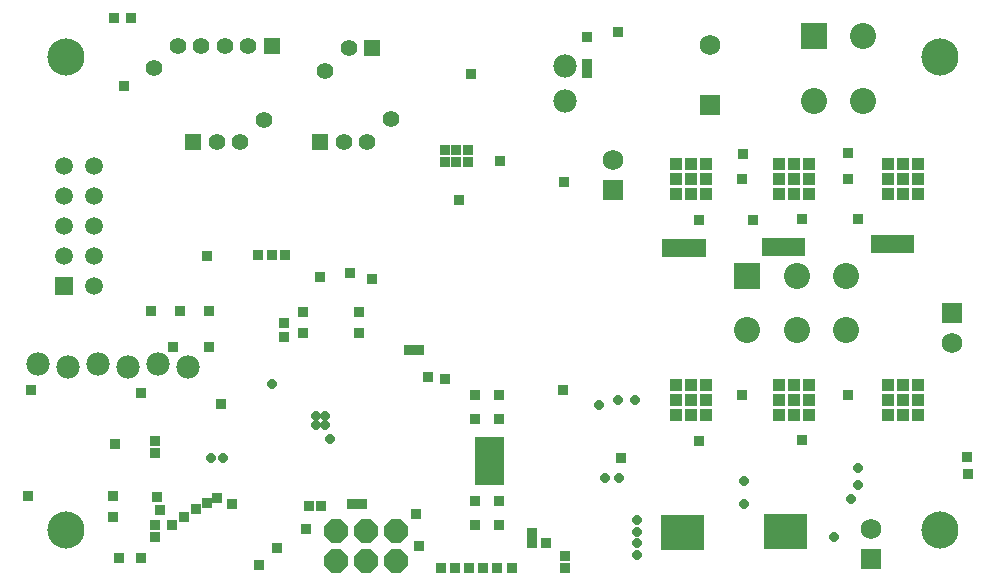
<source format=gbs>
G75*
%MOIN*%
%OFA0B0*%
%FSLAX24Y24*%
%IPPOS*%
%LPD*%
%AMOC8*
5,1,8,0,0,1.08239X$1,22.5*
%
%ADD10C,0.0780*%
%ADD11C,0.1240*%
%ADD12C,0.0690*%
%ADD13R,0.0690X0.0690*%
%ADD14C,0.0555*%
%ADD15R,0.0555X0.0555*%
%ADD16C,0.0552*%
%ADD17R,0.0867X0.0867*%
%ADD18C,0.0867*%
%ADD19OC8,0.0780*%
%ADD20R,0.0594X0.0594*%
%ADD21C,0.0594*%
%ADD22R,0.0437X0.0437*%
%ADD23OC8,0.0317*%
%ADD24R,0.0317X0.0317*%
D10*
X000824Y010708D03*
X001824Y010608D03*
X002824Y010708D03*
X003824Y010608D03*
X004824Y010708D03*
X005824Y010608D03*
X018389Y019480D03*
X018389Y020620D03*
D11*
X030899Y020924D03*
X030899Y005176D03*
X001765Y005176D03*
X001765Y020924D03*
D12*
X019993Y017497D03*
X023223Y021320D03*
X031292Y011408D03*
X028576Y005203D03*
D13*
X028576Y004203D03*
X031292Y012408D03*
X023223Y019320D03*
X019993Y016497D03*
D14*
X011804Y018109D03*
X011017Y018109D03*
X007572Y018089D03*
X006785Y018089D03*
X011174Y021219D03*
X007838Y021317D03*
X007050Y021317D03*
X006263Y021317D03*
X005475Y021317D03*
D15*
X008625Y021317D03*
X011962Y021219D03*
X010229Y018109D03*
X005997Y018089D03*
D16*
X008359Y018837D03*
X010387Y020471D03*
X012592Y018857D03*
X004688Y020569D03*
D17*
X024462Y013621D03*
X026676Y021632D03*
D18*
X028330Y021632D03*
X028330Y019467D03*
X026676Y019467D03*
X026115Y013621D03*
X027769Y013621D03*
X027769Y011849D03*
X026115Y011849D03*
X024462Y011849D03*
D19*
X012755Y005124D03*
X011755Y005124D03*
X010755Y005124D03*
X010755Y004124D03*
X011755Y004124D03*
X012755Y004124D03*
D20*
X001678Y013304D03*
D21*
X002678Y013304D03*
X002678Y014304D03*
X001678Y014304D03*
X001678Y015304D03*
X002678Y015304D03*
X002678Y016304D03*
X001678Y016304D03*
X001678Y017304D03*
X002678Y017304D03*
D22*
X022092Y017357D03*
X022592Y017357D03*
X023092Y017357D03*
X023092Y016857D03*
X022592Y016857D03*
X022592Y016357D03*
X023092Y016357D03*
X022092Y016357D03*
X022092Y016857D03*
X025517Y016857D03*
X026017Y016857D03*
X026017Y017357D03*
X025517Y017357D03*
X026517Y017357D03*
X026517Y016857D03*
X026517Y016357D03*
X026017Y016357D03*
X025517Y016357D03*
X029139Y016357D03*
X029639Y016357D03*
X029639Y016857D03*
X029139Y016857D03*
X029139Y017357D03*
X029639Y017357D03*
X030139Y017357D03*
X030139Y016857D03*
X030139Y016357D03*
X030139Y009995D03*
X029639Y009995D03*
X029139Y009995D03*
X029139Y009495D03*
X029639Y009495D03*
X030139Y009495D03*
X030139Y008995D03*
X029639Y008995D03*
X029139Y008995D03*
X026517Y008995D03*
X026517Y009495D03*
X026517Y009995D03*
X026017Y009995D03*
X025517Y009995D03*
X025517Y009495D03*
X026017Y009495D03*
X026017Y008995D03*
X025517Y008995D03*
X023092Y008995D03*
X022592Y008995D03*
X022592Y009495D03*
X023092Y009495D03*
X023092Y009995D03*
X022592Y009995D03*
X022092Y009995D03*
X022092Y009495D03*
X022092Y008995D03*
D23*
X020731Y009497D03*
X020170Y009487D03*
X019521Y009349D03*
X019718Y006908D03*
X020190Y006908D03*
X020781Y005491D03*
X020781Y005097D03*
X020781Y004723D03*
X020781Y004329D03*
X024363Y006042D03*
X024363Y006790D03*
X027340Y004947D03*
X027907Y006199D03*
X028143Y006672D03*
X028143Y007223D03*
X010544Y008207D03*
X010377Y008670D03*
X010082Y008670D03*
X010082Y008975D03*
X010377Y008975D03*
X008635Y010018D03*
X006981Y007567D03*
X006588Y007567D03*
D24*
X003536Y004231D03*
X004257Y004223D03*
X004733Y004920D03*
X004733Y005345D03*
X004875Y005845D03*
X004777Y006278D03*
X005694Y005617D03*
X006076Y005861D03*
X006450Y006081D03*
X006804Y006239D03*
X007277Y006042D03*
X005300Y005329D03*
X003312Y005601D03*
X003320Y006317D03*
X004725Y007743D03*
X004729Y008124D03*
X003399Y008030D03*
X004245Y009723D03*
X005328Y011278D03*
X006529Y011278D03*
X006509Y012459D03*
X005544Y012459D03*
X004599Y012459D03*
X006458Y014306D03*
X008143Y014349D03*
X008615Y014349D03*
X009048Y014349D03*
X010214Y013593D03*
X011210Y013735D03*
X011954Y013542D03*
X011509Y012439D03*
X011509Y011731D03*
X013202Y011160D03*
X013517Y011160D03*
X013812Y010254D03*
X014403Y010195D03*
X015387Y009664D03*
X016174Y009664D03*
X016174Y008876D03*
X015387Y008876D03*
X015544Y008089D03*
X015859Y008089D03*
X016174Y008089D03*
X016174Y007774D03*
X015859Y007774D03*
X015544Y007774D03*
X015544Y007459D03*
X015544Y007144D03*
X015859Y007144D03*
X015859Y007459D03*
X016174Y007459D03*
X016174Y007144D03*
X016174Y006829D03*
X015859Y006829D03*
X015544Y006829D03*
X015387Y006121D03*
X016174Y006121D03*
X016174Y005333D03*
X015387Y005333D03*
X015190Y003916D03*
X014718Y003916D03*
X014245Y003916D03*
X013536Y004644D03*
X013418Y005707D03*
X011617Y006032D03*
X011302Y006032D03*
X010249Y005983D03*
X009846Y005983D03*
X009757Y005215D03*
X008773Y004565D03*
X008182Y003995D03*
X006922Y009369D03*
X009029Y011613D03*
X009029Y012065D03*
X009666Y011735D03*
X009670Y012447D03*
X014871Y016176D03*
X014767Y017439D03*
X015161Y017439D03*
X015161Y017833D03*
X014767Y017833D03*
X014373Y017833D03*
X014373Y017439D03*
X016224Y017479D03*
X018340Y016770D03*
X021804Y014703D03*
X021804Y014428D03*
X022080Y014428D03*
X022080Y014703D03*
X022355Y014703D03*
X022355Y014428D03*
X022631Y014428D03*
X022631Y014703D03*
X022907Y014703D03*
X022907Y014428D03*
X022848Y015510D03*
X024639Y015510D03*
X025131Y014743D03*
X025407Y014743D03*
X025682Y014743D03*
X025958Y014743D03*
X026233Y014743D03*
X026233Y014467D03*
X025958Y014467D03*
X025682Y014467D03*
X025407Y014467D03*
X025131Y014467D03*
X026273Y015530D03*
X028162Y015530D03*
X028753Y014841D03*
X028753Y014565D03*
X029029Y014565D03*
X029304Y014565D03*
X029580Y014565D03*
X029855Y014565D03*
X029855Y014841D03*
X029580Y014841D03*
X029304Y014841D03*
X029029Y014841D03*
X027828Y016869D03*
X027828Y017735D03*
X024324Y017715D03*
X024304Y016869D03*
X019117Y020412D03*
X019117Y020707D03*
X019107Y021613D03*
X020151Y021770D03*
X015239Y020353D03*
X003930Y022223D03*
X003340Y022223D03*
X003694Y019979D03*
X000584Y009821D03*
X000505Y006317D03*
X015662Y003916D03*
X016135Y003916D03*
X016607Y003916D03*
X017277Y004743D03*
X017749Y004743D03*
X017277Y005058D03*
X018379Y004310D03*
X018379Y003916D03*
X021765Y004664D03*
X022040Y004664D03*
X022040Y004939D03*
X021765Y004939D03*
X021765Y005215D03*
X022040Y005215D03*
X022040Y005491D03*
X021765Y005491D03*
X022316Y005491D03*
X022592Y005491D03*
X022867Y005491D03*
X022867Y005215D03*
X022592Y005215D03*
X022592Y004939D03*
X022592Y004664D03*
X022867Y004664D03*
X022867Y004939D03*
X022316Y004939D03*
X022316Y004664D03*
X022316Y005215D03*
X025190Y005254D03*
X025190Y004979D03*
X025466Y004979D03*
X025741Y004979D03*
X025741Y005254D03*
X025466Y005254D03*
X026017Y005254D03*
X026017Y004979D03*
X026292Y004979D03*
X026292Y005254D03*
X026292Y005530D03*
X026017Y005530D03*
X025741Y005530D03*
X025466Y005530D03*
X025190Y005530D03*
X025190Y004703D03*
X025466Y004703D03*
X025741Y004703D03*
X026017Y004703D03*
X026292Y004703D03*
X026273Y008168D03*
X027808Y009664D03*
X024304Y009664D03*
X022848Y008128D03*
X020269Y007577D03*
X018320Y009841D03*
X031804Y007617D03*
X031814Y007036D03*
M02*

</source>
